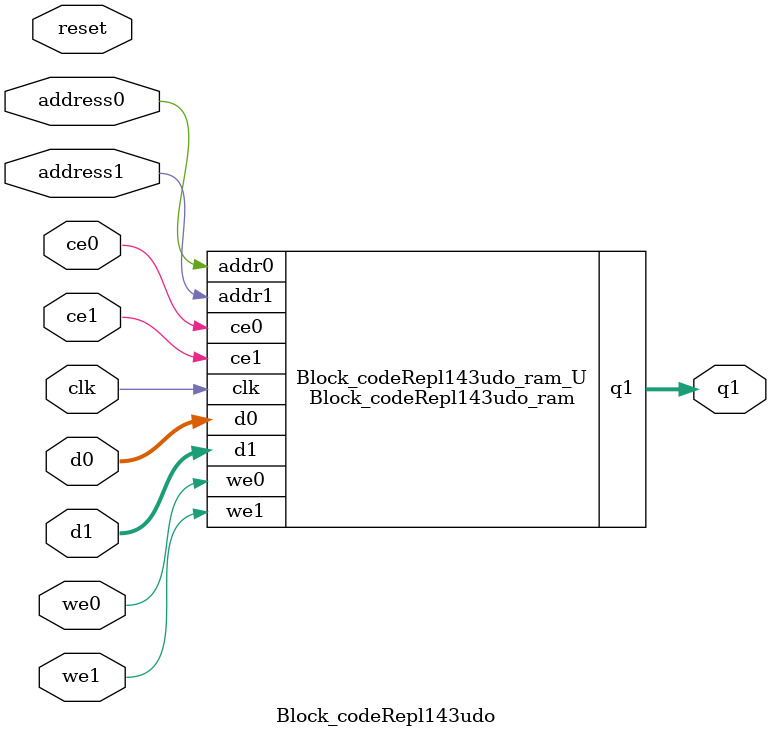
<source format=v>

`timescale 1 ns / 1 ps
module Block_codeRepl143udo_ram (addr0, ce0, d0, we0, addr1, ce1, d1, we1, q1,  clk);

parameter DWIDTH = 48;
parameter AWIDTH = 1;
parameter MEM_SIZE = 2;

input[AWIDTH-1:0] addr0;
input ce0;
input[DWIDTH-1:0] d0;
input we0;
input[AWIDTH-1:0] addr1;
input ce1;
input[DWIDTH-1:0] d1;
input we1;
output reg[DWIDTH-1:0] q1;
input clk;

(* ram_style = "block" *)reg [DWIDTH-1:0] ram[0:MEM_SIZE-1];




always @(posedge clk)  
begin 
    if (ce0) 
    begin
        if (we0) 
        begin 
            ram[addr0] <= d0; 
        end 
    end
end


always @(posedge clk)  
begin 
    if (ce1) 
    begin
        if (we1) 
        begin 
            ram[addr1] <= d1; 
            q1 <= d1;
        end 
        else 
            q1 <= ram[addr1];
    end
end


endmodule


`timescale 1 ns / 1 ps
module Block_codeRepl143udo(
    reset,
    clk,
    address0,
    ce0,
    we0,
    d0,
    address1,
    ce1,
    we1,
    d1,
    q1);

parameter DataWidth = 32'd48;
parameter AddressRange = 32'd2;
parameter AddressWidth = 32'd1;
input reset;
input clk;
input[AddressWidth - 1:0] address0;
input ce0;
input we0;
input[DataWidth - 1:0] d0;
input[AddressWidth - 1:0] address1;
input ce1;
input we1;
input[DataWidth - 1:0] d1;
output[DataWidth - 1:0] q1;



Block_codeRepl143udo_ram Block_codeRepl143udo_ram_U(
    .clk( clk ),
    .addr0( address0 ),
    .ce0( ce0 ),
    .d0( d0 ),
    .we0( we0 ),
    .addr1( address1 ),
    .ce1( ce1 ),
    .d1( d1 ),
    .we1( we1 ),
    .q1( q1 ));

endmodule


</source>
